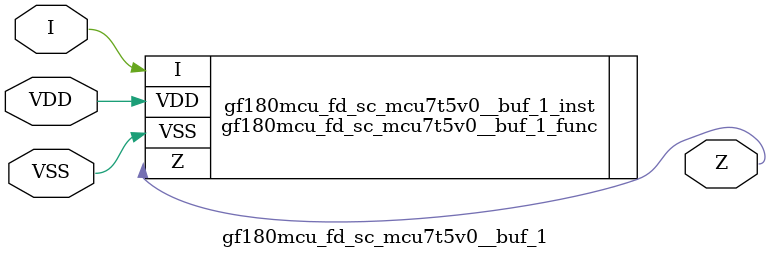
<source format=v>

module gf180mcu_fd_sc_mcu7t5v0__buf_1( I, Z, VDD, VSS );
input I;
inout VDD, VSS;
output Z;

   `ifdef FUNCTIONAL  //  functional //

	gf180mcu_fd_sc_mcu7t5v0__buf_1_func gf180mcu_fd_sc_mcu7t5v0__buf_1_behav_inst(.I(I),.Z(Z),.VDD(VDD),.VSS(VSS));

   `else

	gf180mcu_fd_sc_mcu7t5v0__buf_1_func gf180mcu_fd_sc_mcu7t5v0__buf_1_inst(.I(I),.Z(Z),.VDD(VDD),.VSS(VSS));

	// spec_gates_begin


	// spec_gates_end



   specify

	// specify_block_begin

	// comb arc I --> Z
	 (I => Z) = (1.0,1.0);

	// specify_block_end

   endspecify

   `endif

endmodule

</source>
